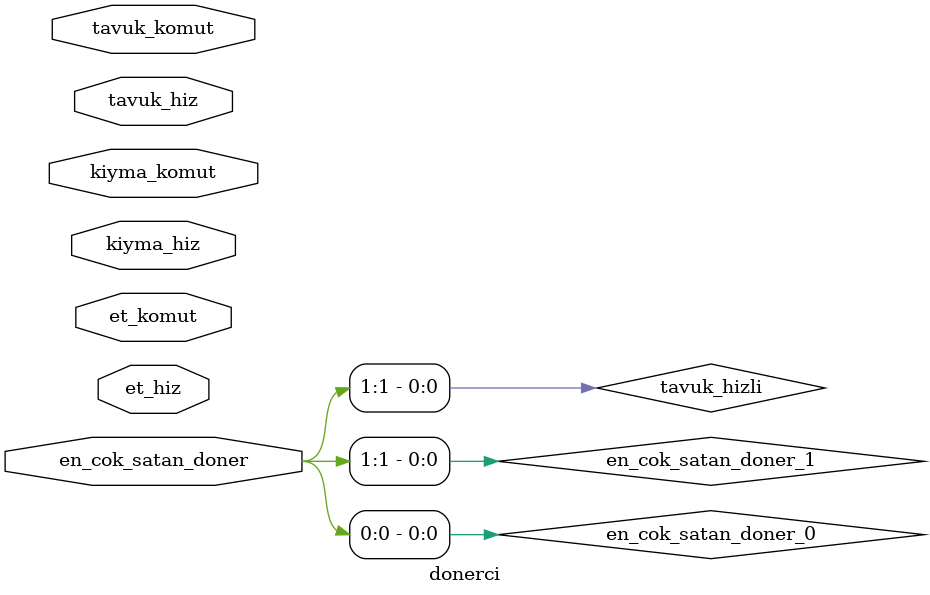
<source format=v>
module donerci(
    input [1:0] et_hiz,
    input [1:0] kiyma_hiz,
    input [1:0] tavuk_hiz,
    input [1:0] et_komut,
    input [1:0] kiyma_komut,
    input [1:0] tavuk_komut,
    input [1:0] en_cok_satan_doner
);

//nasil yaptim:
//1- etin, tavukun, kiymanin yeni hizini bulmak icin 
//her iki bit icin ayri dogruluk tablosu olusturdum
//2- karno haritasi olusturdum
//3- fonksiyonu olusturdum 
//4- kapilari cizdim

// etin yeni hızı için işlemler
wire [1:0] etin_yeni_hizi;

wire noth0_et;
wire noth1_et;
wire notk0_et;
wire notk1_et;

not (noth0_et,et_hiz[0]);
not (noth1_et,et_hiz[1]);
not (notk0_et,et_komut[0]);
not (notk1_et,et_komut[1]);

wire wire1_et, wire2_et, wire3_et, wire4_et, wire5_et;

and (wire1_et,et_hiz[1],notk1_et,notk0_et);
and (wire2_et,et_hiz[1],et_komut[1]);
and (wire3_et,noth1_et,et_komut[1],et_komut[0]);
and (wire4_et,noth1_et,noth0_et,et_komut[0]);
and (wire5_et,noth1_et,noth0_et,et_komut[1]);

or(etin_yeni_hizi[1],wire1_et,wire2_et,wire3_et,wire4_et,wire5_et);

wire wire6_et, wire7_et, wire8_et;

and(wire6_et,et_komut[1],et_komut[0]);
and(wire7_et,notk0_et,noth1_et,et_hiz[0]);
and(wire8_et,notk1_et,notk0_et,et_hiz[0]);

or (etin_yeni_hizi[0],wire6_et,wire7_et,wire8_et);


// kiymanin yeni hizini bulmak icin islemler 
wire [1:0] kiymanin_yeni_hizi;
wire noth0_kiyma, noth1_kiyma, notk0_kiyma, notk1_kiyma;
wire wire1_kiyma, wire2_kiyma, wire3_kiyma, wire4_kiyma, wire5_kiyma, wire6_kiyma, wire7_kiyma, wire8_kiyma;

not (noth0_kiyma, kiyma_hiz[0]);
not (noth1_kiyma, kiyma_hiz[1]);
not (notk0_kiyma, kiyma_komut[0]);
not (notk1_kiyma, kiyma_komut[1]);

and (wire1_kiyma, kiyma_hiz[1], notk1_kiyma, notk0_kiyma);
and (wire2_kiyma, kiyma_hiz[1], kiyma_komut[1]);
and (wire3_kiyma, noth1_kiyma, kiyma_komut[1], kiyma_komut[0]);
and (wire4_kiyma, noth1_kiyma, noth0_kiyma, kiyma_komut[0]);
and (wire5_kiyma, noth1_kiyma, noth0_kiyma, kiyma_komut[1]);

or (kiymanin_yeni_hizi[1], wire1_kiyma, wire2_kiyma, wire3_kiyma, wire4_kiyma, wire5_kiyma);

and (wire6_kiyma, kiyma_komut[1], kiyma_komut[0]);
and (wire7_kiyma, notk0_kiyma, noth1_kiyma, kiyma_hiz[0]);
and (wire8_kiyma, notk1_kiyma, notk0_kiyma, kiyma_hiz[0]);

or (kiymanin_yeni_hizi[0], wire6_kiyma, wire7_kiyma, wire8_kiyma);


// tavukun yeni hizini bulmak icin islemler
wire [1:0] tavukun_yeni_hizi;
wire noth0_tavuk, noth1_tavuk, notk0_tavuk, notk1_tavuk;
wire wire1_tavuk, wire2_tavuk, wire3_tavuk, wire4_tavuk, wire5_tavuk, wire6_tavuk, wire7_tavuk, wire8_tavuk;

not (noth0_tavuk, tavuk_hiz[0]);
not (noth1_tavuk, tavuk_hiz[1]);
not (notk0_tavuk, tavuk_komut[0]);
not (notk1_tavuk, tavuk_komut[1]);

and (wire1_tavuk, tavuk_hiz[1], notk1_tavuk, notk0_tavuk);
and (wire2_tavuk, tavuk_hiz[1], tavuk_komut[1]);
and (wire3_tavuk, noth1_tavuk, tavuk_komut[1], tavuk_komut[0]);
and (wire4_tavuk, noth1_tavuk, noth0_tavuk, tavuk_komut[0]);
and (wire5_tavuk, noth1_tavuk, noth0_tavuk, tavuk_komut[1]);

or (tavukun_yeni_hizi[1], wire1_tavuk, wire2_tavuk, wire3_tavuk, wire4_tavuk, wire5_tavuk);

and (wire6_tavuk, tavuk_komut[1], tavuk_komut[0]);
and (wire7_tavuk, notk0_tavuk, noth1_tavuk, tavuk_hiz[0]);
and (wire8_tavuk, notk1_tavuk, notk0_tavuk, tavuk_hiz[0]);

or (tavukun_yeni_hizi[0], wire6_tavuk, wire7_tavuk, wire8_tavuk);


// en hizlinin belirlenmesi
wire hiz_et_gt_kiyma_1, hiz_et_gt_kiyma_0, hiz_et_gt_kiyma;
wire hiz_et_gt_tavuk_1, hiz_et_gt_tavuk_0, hiz_et_gt_tavuk;
wire hiz_kiyma_gt_tavuk_1, hiz_kiyma_gt_tavuk_0, hiz_kiyma_gt_tavuk;
wire et_hizli, kiyma_hizli, tavuk_hizli;

// et vs kiyma
and (hiz_et_gt_kiyma_1, etin_yeni_hizi[1], ~kiymanin_yeni_hizi[1]);
and (hiz_et_gt_kiyma_0, etin_yeni_hizi[0], ~kiymanin_yeni_hizi[0]);
or (hiz_et_gt_kiyma, hiz_et_gt_kiyma_1, hiz_et_gt_kiyma_0);

// et vs tavuk
and (hiz_et_gt_tavuk_1, etin_yeni_hizi[1], ~tavukun_yeni_hizi[1]);
and (hiz_et_gt_tavuk_0, etin_yeni_hizi[0], ~tavukun_yeni_hizi[0]);
or (hiz_et_gt_tavuk, hiz_et_gt_tavuk_1, hiz_et_gt_tavuk_0);

// kiyma vs tavuk
and (hiz_kiyma_gt_tavuk_1, kiymanin_yeni_hizi[1], ~tavukun_yeni_hizi[1]);
and (hiz_kiyma_gt_tavuk_0, kiymanin_yeni_hizi[0], ~tavukun_yeni_hizi[0]);
or (hiz_kiyma_gt_tavuk, hiz_kiyma_gt_tavuk_1, hiz_kiyma_gt_tavuk_0);

and (et_hizli, hiz_et_gt_kiyma, hiz_et_gt_tavuk);
    
wire not_hiz_et_gt_kiyma, not_hiz_kiyma_gt_tavuk;
not (not_hiz_et_gt_kiyma, hiz_et_gt_kiyma);
not (not_hiz_kiyma_gt_tavuk, hiz_kiyma_gt_tavuk);
    
and (kiyma_hizli, not_hiz_et_gt_kiyma, hiz_kiyma_gt_tavuk);
and (tavuk_hizli, not_hiz_et_gt_tavuk, not_hiz_kiyma_gt_tavuk);

wire en_cok_satan_doner_0, en_cok_satan_doner_1;
    
or (en_cok_satan_doner_0, kiyma_hizli, tavuk_hizli);
or (en_cok_satan_doner_1, tavuk_hizli);
    
assign en_cok_satan_doner[0] = en_cok_satan_doner_0;
assign en_cok_satan_doner[1] = en_cok_satan_doner_1;

endmodule

//karsilastirma icin ornek kod
/*
wire [1:0] hiz_et, hiz_kiyma, hiz_tavuk;
wire et_vs_kiyma, et_vs_tavuk, kiyma_vs_tavuk;
wire et_hizli, kiyma_hizli, tavuk_hizli;

assign hiz_et = etin_yeni_hizi;
assign hiz_kiyma = kiymanin_yeni_hizi;
assign hiz_tavuk = tavukun_yeni_hizi;

assign et_vs_kiyma = (hiz_et > hiz_kiyma) ? 1 : 0;
assign et_vs_tavuk = (hiz_et > hiz_tavuk) ? 1 : 0;
assign kiyma_vs_tavuk = (hiz_kiyma > hiz_tavuk) ? 1 : 0;

assign et_hizli = (et_vs_kiyma & et_vs_tavuk) ? 1 : 0;
assign kiyma_hizli = (~et_vs_kiyma & kiyma_vs_tavuk) ? 1 : 0;
assign tavuk_hizli = (~et_vs_tavuk & ~kiyma_vs_tavuk) ? 1 : 0;

assign en_cok_satan_doner = et_hizli ? 2'b00 : (kiyma_hizli ? 2'b01 : 2'b10);
*/
</source>
